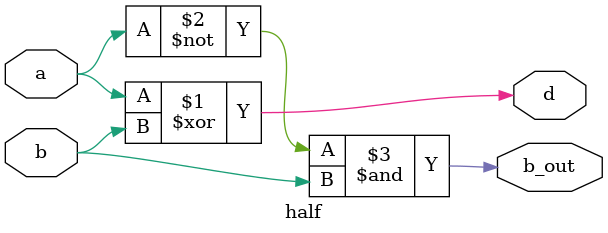
<source format=v>
module half(a,b,d,b_out);
input a,b;
output d,b_out;
assign d=a^b;
assign b_out=~a&b;
endmodule



</source>
